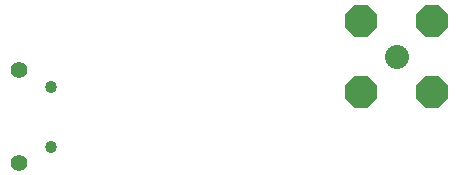
<source format=gbs>
G04 EAGLE Gerber RS-274X export*
G75*
%MOMM*%
%FSLAX34Y34*%
%LPD*%
%INSoldermask Bottom*%
%IPPOS*%
%AMOC8*
5,1,8,0,0,1.08239X$1,22.5*%
G01*
%ADD10C,2.032000*%
%ADD11P,2.886734X8X202.500000*%
%ADD12C,1.027000*%
%ADD13C,1.397000*%


D10*
X336550Y114300D03*
D11*
X366550Y84300D03*
X306550Y84300D03*
X306550Y144300D03*
X366550Y144300D03*
D12*
X43950Y88900D03*
X43950Y38100D03*
D13*
X16950Y24500D03*
X16950Y102500D03*
M02*

</source>
